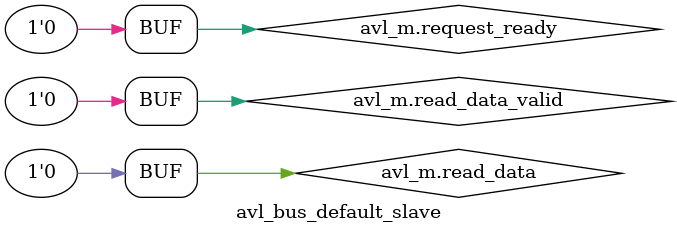
<source format=sv>
module avl_bus_default_slave(
  i_avl_bus.slave avl_s
);

assign avl_m.request_ready   ='d0;
assign avl_m.read_data       ='d0;
assign avl_m.read_data_valid ='d0;

endmodule

</source>
